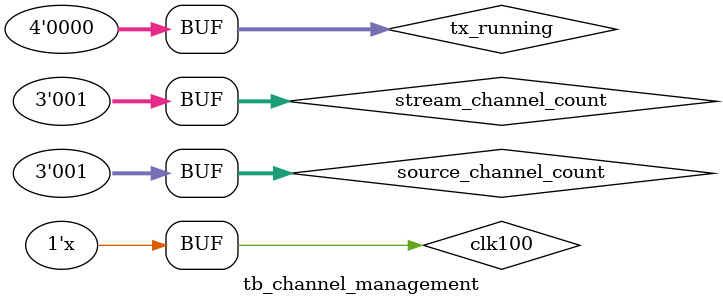
<source format=v>

module tb_channel_management;

    reg        clk100;
    wire [7:0] debug;

    wire       hpd;
    wire       auxch_in;
    wire       auxch_out;
    wire       auxch_tri;

        // Datapath requirements
    reg  [2:0] stream_channel_count;
    reg  [2:0] source_channel_count;

        // Datapath control
    wire       tx_clock_train;
    wire       tx_align_train;

        // Transceiver management
    wire [3:0] tx_powerup_channel;

    wire       tx_preemp_0p0;
    wire       tx_preemp_3p5;
    wire       tx_preemp_6p0;
           
    wire       tx_swing_0p4;
    wire       tx_swing_0p6;
    wire       tx_swing_0p8;
          
    reg  [3:0] tx_running;
    wire       tx_link_established;

    reg  [31:0] i, j;
    
initial begin
    clk100               = 1'b0;
        // Datapath requirements
    stream_channel_count = 3'b001;
    source_channel_count = 3'b001;
    tx_running           = 4'b0000;
end


always begin
    #5  clk100 = ~clk100; // generate a clock
end

wire dp_tx_hp_detect;
tb_dummy_sink i_tb_dummy_sink(
    .clk100           (clk100),
    .auxch_data       (auxch_in),
    .hotplug_detect   (hpd)
);


channel_management i_channel_management(
        .clk100               (clk100),
        .debug                (debug),

        .hpd                  (hpd),
        .auxch_in             (auxch_in),
        .auxch_out            (auxch_out),
        .auxch_tri            (auxch_tri),

        // Datapath requirements
        .stream_channel_count (stream_channel_count),
        .source_channel_count (source_channel_count),

        // Datapath control
        .tx_clock_train       (tx_clock_train),
        .tx_align_train       (tx_align_train),

        // Transceiver management
        .tx_powerup_channel   (tx_powerup_channel),

        .tx_preemp_0p0        (tx_preemp_0p0),
        .tx_preemp_3p5        (tx_preemp_3p5),
        .tx_preemp_6p0        (tx_preemp_6p0),
           
        .tx_swing_0p4         (tx_swing_0p4),
        .tx_swing_0p6         (tx_swing_0p6),
        .tx_swing_0p8         (tx_swing_0p8),
 
        .tx_running           (tx_running),
        .tx_link_established  (tx_link_established)
);

endmodule

</source>
